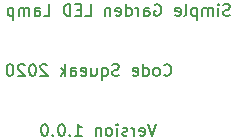
<source format=gbo>
G04 #@! TF.GenerationSoftware,KiCad,Pcbnew,(5.1.5)-3*
G04 #@! TF.CreationDate,2020-05-09T19:05:57+01:00*
G04 #@! TF.ProjectId,gardenlight,67617264-656e-46c6-9967-68742e6b6963,1.0.0*
G04 #@! TF.SameCoordinates,Original*
G04 #@! TF.FileFunction,Legend,Bot*
G04 #@! TF.FilePolarity,Positive*
%FSLAX46Y46*%
G04 Gerber Fmt 4.6, Leading zero omitted, Abs format (unit mm)*
G04 Created by KiCad (PCBNEW (5.1.5)-3) date 2020-05-09 19:05:57*
%MOMM*%
%LPD*%
G04 APERTURE LIST*
%ADD10C,0.150000*%
G04 APERTURE END LIST*
D10*
X124030761Y-90892380D02*
X123697428Y-91892380D01*
X123364095Y-90892380D01*
X122649809Y-91844761D02*
X122745047Y-91892380D01*
X122935523Y-91892380D01*
X123030761Y-91844761D01*
X123078380Y-91749523D01*
X123078380Y-91368571D01*
X123030761Y-91273333D01*
X122935523Y-91225714D01*
X122745047Y-91225714D01*
X122649809Y-91273333D01*
X122602190Y-91368571D01*
X122602190Y-91463809D01*
X123078380Y-91559047D01*
X122173619Y-91892380D02*
X122173619Y-91225714D01*
X122173619Y-91416190D02*
X122126000Y-91320952D01*
X122078380Y-91273333D01*
X121983142Y-91225714D01*
X121887904Y-91225714D01*
X121602190Y-91844761D02*
X121506952Y-91892380D01*
X121316476Y-91892380D01*
X121221238Y-91844761D01*
X121173619Y-91749523D01*
X121173619Y-91701904D01*
X121221238Y-91606666D01*
X121316476Y-91559047D01*
X121459333Y-91559047D01*
X121554571Y-91511428D01*
X121602190Y-91416190D01*
X121602190Y-91368571D01*
X121554571Y-91273333D01*
X121459333Y-91225714D01*
X121316476Y-91225714D01*
X121221238Y-91273333D01*
X120745047Y-91892380D02*
X120745047Y-91225714D01*
X120745047Y-90892380D02*
X120792666Y-90940000D01*
X120745047Y-90987619D01*
X120697428Y-90940000D01*
X120745047Y-90892380D01*
X120745047Y-90987619D01*
X120126000Y-91892380D02*
X120221238Y-91844761D01*
X120268857Y-91797142D01*
X120316476Y-91701904D01*
X120316476Y-91416190D01*
X120268857Y-91320952D01*
X120221238Y-91273333D01*
X120126000Y-91225714D01*
X119983142Y-91225714D01*
X119887904Y-91273333D01*
X119840285Y-91320952D01*
X119792666Y-91416190D01*
X119792666Y-91701904D01*
X119840285Y-91797142D01*
X119887904Y-91844761D01*
X119983142Y-91892380D01*
X120126000Y-91892380D01*
X119364095Y-91225714D02*
X119364095Y-91892380D01*
X119364095Y-91320952D02*
X119316476Y-91273333D01*
X119221238Y-91225714D01*
X119078380Y-91225714D01*
X118983142Y-91273333D01*
X118935523Y-91368571D01*
X118935523Y-91892380D01*
X117173619Y-91892380D02*
X117745047Y-91892380D01*
X117459333Y-91892380D02*
X117459333Y-90892380D01*
X117554571Y-91035238D01*
X117649809Y-91130476D01*
X117745047Y-91178095D01*
X116745047Y-91797142D02*
X116697428Y-91844761D01*
X116745047Y-91892380D01*
X116792666Y-91844761D01*
X116745047Y-91797142D01*
X116745047Y-91892380D01*
X116078380Y-90892380D02*
X115983142Y-90892380D01*
X115887904Y-90940000D01*
X115840285Y-90987619D01*
X115792666Y-91082857D01*
X115745047Y-91273333D01*
X115745047Y-91511428D01*
X115792666Y-91701904D01*
X115840285Y-91797142D01*
X115887904Y-91844761D01*
X115983142Y-91892380D01*
X116078380Y-91892380D01*
X116173619Y-91844761D01*
X116221238Y-91797142D01*
X116268857Y-91701904D01*
X116316476Y-91511428D01*
X116316476Y-91273333D01*
X116268857Y-91082857D01*
X116221238Y-90987619D01*
X116173619Y-90940000D01*
X116078380Y-90892380D01*
X115316476Y-91797142D02*
X115268857Y-91844761D01*
X115316476Y-91892380D01*
X115364095Y-91844761D01*
X115316476Y-91797142D01*
X115316476Y-91892380D01*
X114649809Y-90892380D02*
X114554571Y-90892380D01*
X114459333Y-90940000D01*
X114411714Y-90987619D01*
X114364095Y-91082857D01*
X114316476Y-91273333D01*
X114316476Y-91511428D01*
X114364095Y-91701904D01*
X114411714Y-91797142D01*
X114459333Y-91844761D01*
X114554571Y-91892380D01*
X114649809Y-91892380D01*
X114745047Y-91844761D01*
X114792666Y-91797142D01*
X114840285Y-91701904D01*
X114887904Y-91511428D01*
X114887904Y-91273333D01*
X114840285Y-91082857D01*
X114792666Y-90987619D01*
X114745047Y-90940000D01*
X114649809Y-90892380D01*
X124721142Y-86717142D02*
X124768761Y-86764761D01*
X124911619Y-86812380D01*
X125006857Y-86812380D01*
X125149714Y-86764761D01*
X125244952Y-86669523D01*
X125292571Y-86574285D01*
X125340190Y-86383809D01*
X125340190Y-86240952D01*
X125292571Y-86050476D01*
X125244952Y-85955238D01*
X125149714Y-85860000D01*
X125006857Y-85812380D01*
X124911619Y-85812380D01*
X124768761Y-85860000D01*
X124721142Y-85907619D01*
X124149714Y-86812380D02*
X124244952Y-86764761D01*
X124292571Y-86717142D01*
X124340190Y-86621904D01*
X124340190Y-86336190D01*
X124292571Y-86240952D01*
X124244952Y-86193333D01*
X124149714Y-86145714D01*
X124006857Y-86145714D01*
X123911619Y-86193333D01*
X123864000Y-86240952D01*
X123816380Y-86336190D01*
X123816380Y-86621904D01*
X123864000Y-86717142D01*
X123911619Y-86764761D01*
X124006857Y-86812380D01*
X124149714Y-86812380D01*
X122959238Y-86812380D02*
X122959238Y-85812380D01*
X122959238Y-86764761D02*
X123054476Y-86812380D01*
X123244952Y-86812380D01*
X123340190Y-86764761D01*
X123387809Y-86717142D01*
X123435428Y-86621904D01*
X123435428Y-86336190D01*
X123387809Y-86240952D01*
X123340190Y-86193333D01*
X123244952Y-86145714D01*
X123054476Y-86145714D01*
X122959238Y-86193333D01*
X122102095Y-86764761D02*
X122197333Y-86812380D01*
X122387809Y-86812380D01*
X122483047Y-86764761D01*
X122530666Y-86669523D01*
X122530666Y-86288571D01*
X122483047Y-86193333D01*
X122387809Y-86145714D01*
X122197333Y-86145714D01*
X122102095Y-86193333D01*
X122054476Y-86288571D01*
X122054476Y-86383809D01*
X122530666Y-86479047D01*
X120911619Y-86764761D02*
X120768761Y-86812380D01*
X120530666Y-86812380D01*
X120435428Y-86764761D01*
X120387809Y-86717142D01*
X120340190Y-86621904D01*
X120340190Y-86526666D01*
X120387809Y-86431428D01*
X120435428Y-86383809D01*
X120530666Y-86336190D01*
X120721142Y-86288571D01*
X120816380Y-86240952D01*
X120864000Y-86193333D01*
X120911619Y-86098095D01*
X120911619Y-86002857D01*
X120864000Y-85907619D01*
X120816380Y-85860000D01*
X120721142Y-85812380D01*
X120483047Y-85812380D01*
X120340190Y-85860000D01*
X119483047Y-86145714D02*
X119483047Y-87145714D01*
X119483047Y-86764761D02*
X119578285Y-86812380D01*
X119768761Y-86812380D01*
X119864000Y-86764761D01*
X119911619Y-86717142D01*
X119959238Y-86621904D01*
X119959238Y-86336190D01*
X119911619Y-86240952D01*
X119864000Y-86193333D01*
X119768761Y-86145714D01*
X119578285Y-86145714D01*
X119483047Y-86193333D01*
X118578285Y-86145714D02*
X118578285Y-86812380D01*
X119006857Y-86145714D02*
X119006857Y-86669523D01*
X118959238Y-86764761D01*
X118864000Y-86812380D01*
X118721142Y-86812380D01*
X118625904Y-86764761D01*
X118578285Y-86717142D01*
X117721142Y-86764761D02*
X117816380Y-86812380D01*
X118006857Y-86812380D01*
X118102095Y-86764761D01*
X118149714Y-86669523D01*
X118149714Y-86288571D01*
X118102095Y-86193333D01*
X118006857Y-86145714D01*
X117816380Y-86145714D01*
X117721142Y-86193333D01*
X117673523Y-86288571D01*
X117673523Y-86383809D01*
X118149714Y-86479047D01*
X116816380Y-86812380D02*
X116816380Y-86288571D01*
X116864000Y-86193333D01*
X116959238Y-86145714D01*
X117149714Y-86145714D01*
X117244952Y-86193333D01*
X116816380Y-86764761D02*
X116911619Y-86812380D01*
X117149714Y-86812380D01*
X117244952Y-86764761D01*
X117292571Y-86669523D01*
X117292571Y-86574285D01*
X117244952Y-86479047D01*
X117149714Y-86431428D01*
X116911619Y-86431428D01*
X116816380Y-86383809D01*
X116340190Y-86812380D02*
X116340190Y-85812380D01*
X116244952Y-86431428D02*
X115959238Y-86812380D01*
X115959238Y-86145714D02*
X116340190Y-86526666D01*
X114816380Y-85907619D02*
X114768761Y-85860000D01*
X114673523Y-85812380D01*
X114435428Y-85812380D01*
X114340190Y-85860000D01*
X114292571Y-85907619D01*
X114244952Y-86002857D01*
X114244952Y-86098095D01*
X114292571Y-86240952D01*
X114864000Y-86812380D01*
X114244952Y-86812380D01*
X113625904Y-85812380D02*
X113530666Y-85812380D01*
X113435428Y-85860000D01*
X113387809Y-85907619D01*
X113340190Y-86002857D01*
X113292571Y-86193333D01*
X113292571Y-86431428D01*
X113340190Y-86621904D01*
X113387809Y-86717142D01*
X113435428Y-86764761D01*
X113530666Y-86812380D01*
X113625904Y-86812380D01*
X113721142Y-86764761D01*
X113768761Y-86717142D01*
X113816380Y-86621904D01*
X113864000Y-86431428D01*
X113864000Y-86193333D01*
X113816380Y-86002857D01*
X113768761Y-85907619D01*
X113721142Y-85860000D01*
X113625904Y-85812380D01*
X112911619Y-85907619D02*
X112864000Y-85860000D01*
X112768761Y-85812380D01*
X112530666Y-85812380D01*
X112435428Y-85860000D01*
X112387809Y-85907619D01*
X112340190Y-86002857D01*
X112340190Y-86098095D01*
X112387809Y-86240952D01*
X112959238Y-86812380D01*
X112340190Y-86812380D01*
X111721142Y-85812380D02*
X111625904Y-85812380D01*
X111530666Y-85860000D01*
X111483047Y-85907619D01*
X111435428Y-86002857D01*
X111387809Y-86193333D01*
X111387809Y-86431428D01*
X111435428Y-86621904D01*
X111483047Y-86717142D01*
X111530666Y-86764761D01*
X111625904Y-86812380D01*
X111721142Y-86812380D01*
X111816380Y-86764761D01*
X111864000Y-86717142D01*
X111911619Y-86621904D01*
X111959238Y-86431428D01*
X111959238Y-86193333D01*
X111911619Y-86002857D01*
X111864000Y-85907619D01*
X111816380Y-85860000D01*
X111721142Y-85812380D01*
X130308761Y-81684761D02*
X130165904Y-81732380D01*
X129927809Y-81732380D01*
X129832571Y-81684761D01*
X129784952Y-81637142D01*
X129737333Y-81541904D01*
X129737333Y-81446666D01*
X129784952Y-81351428D01*
X129832571Y-81303809D01*
X129927809Y-81256190D01*
X130118285Y-81208571D01*
X130213523Y-81160952D01*
X130261142Y-81113333D01*
X130308761Y-81018095D01*
X130308761Y-80922857D01*
X130261142Y-80827619D01*
X130213523Y-80780000D01*
X130118285Y-80732380D01*
X129880190Y-80732380D01*
X129737333Y-80780000D01*
X129308761Y-81732380D02*
X129308761Y-81065714D01*
X129308761Y-80732380D02*
X129356380Y-80780000D01*
X129308761Y-80827619D01*
X129261142Y-80780000D01*
X129308761Y-80732380D01*
X129308761Y-80827619D01*
X128832571Y-81732380D02*
X128832571Y-81065714D01*
X128832571Y-81160952D02*
X128784952Y-81113333D01*
X128689714Y-81065714D01*
X128546857Y-81065714D01*
X128451619Y-81113333D01*
X128404000Y-81208571D01*
X128404000Y-81732380D01*
X128404000Y-81208571D02*
X128356380Y-81113333D01*
X128261142Y-81065714D01*
X128118285Y-81065714D01*
X128023047Y-81113333D01*
X127975428Y-81208571D01*
X127975428Y-81732380D01*
X127499238Y-81065714D02*
X127499238Y-82065714D01*
X127499238Y-81113333D02*
X127404000Y-81065714D01*
X127213523Y-81065714D01*
X127118285Y-81113333D01*
X127070666Y-81160952D01*
X127023047Y-81256190D01*
X127023047Y-81541904D01*
X127070666Y-81637142D01*
X127118285Y-81684761D01*
X127213523Y-81732380D01*
X127404000Y-81732380D01*
X127499238Y-81684761D01*
X126451619Y-81732380D02*
X126546857Y-81684761D01*
X126594476Y-81589523D01*
X126594476Y-80732380D01*
X125689714Y-81684761D02*
X125784952Y-81732380D01*
X125975428Y-81732380D01*
X126070666Y-81684761D01*
X126118285Y-81589523D01*
X126118285Y-81208571D01*
X126070666Y-81113333D01*
X125975428Y-81065714D01*
X125784952Y-81065714D01*
X125689714Y-81113333D01*
X125642095Y-81208571D01*
X125642095Y-81303809D01*
X126118285Y-81399047D01*
X123927809Y-80780000D02*
X124023047Y-80732380D01*
X124165904Y-80732380D01*
X124308761Y-80780000D01*
X124404000Y-80875238D01*
X124451619Y-80970476D01*
X124499238Y-81160952D01*
X124499238Y-81303809D01*
X124451619Y-81494285D01*
X124404000Y-81589523D01*
X124308761Y-81684761D01*
X124165904Y-81732380D01*
X124070666Y-81732380D01*
X123927809Y-81684761D01*
X123880190Y-81637142D01*
X123880190Y-81303809D01*
X124070666Y-81303809D01*
X123023047Y-81732380D02*
X123023047Y-81208571D01*
X123070666Y-81113333D01*
X123165904Y-81065714D01*
X123356380Y-81065714D01*
X123451619Y-81113333D01*
X123023047Y-81684761D02*
X123118285Y-81732380D01*
X123356380Y-81732380D01*
X123451619Y-81684761D01*
X123499238Y-81589523D01*
X123499238Y-81494285D01*
X123451619Y-81399047D01*
X123356380Y-81351428D01*
X123118285Y-81351428D01*
X123023047Y-81303809D01*
X122546857Y-81732380D02*
X122546857Y-81065714D01*
X122546857Y-81256190D02*
X122499238Y-81160952D01*
X122451619Y-81113333D01*
X122356380Y-81065714D01*
X122261142Y-81065714D01*
X121499238Y-81732380D02*
X121499238Y-80732380D01*
X121499238Y-81684761D02*
X121594476Y-81732380D01*
X121784952Y-81732380D01*
X121880190Y-81684761D01*
X121927809Y-81637142D01*
X121975428Y-81541904D01*
X121975428Y-81256190D01*
X121927809Y-81160952D01*
X121880190Y-81113333D01*
X121784952Y-81065714D01*
X121594476Y-81065714D01*
X121499238Y-81113333D01*
X120642095Y-81684761D02*
X120737333Y-81732380D01*
X120927809Y-81732380D01*
X121023047Y-81684761D01*
X121070666Y-81589523D01*
X121070666Y-81208571D01*
X121023047Y-81113333D01*
X120927809Y-81065714D01*
X120737333Y-81065714D01*
X120642095Y-81113333D01*
X120594476Y-81208571D01*
X120594476Y-81303809D01*
X121070666Y-81399047D01*
X120165904Y-81065714D02*
X120165904Y-81732380D01*
X120165904Y-81160952D02*
X120118285Y-81113333D01*
X120023047Y-81065714D01*
X119880190Y-81065714D01*
X119784952Y-81113333D01*
X119737333Y-81208571D01*
X119737333Y-81732380D01*
X118023047Y-81732380D02*
X118499238Y-81732380D01*
X118499238Y-80732380D01*
X117689714Y-81208571D02*
X117356380Y-81208571D01*
X117213523Y-81732380D02*
X117689714Y-81732380D01*
X117689714Y-80732380D01*
X117213523Y-80732380D01*
X116784952Y-81732380D02*
X116784952Y-80732380D01*
X116546857Y-80732380D01*
X116404000Y-80780000D01*
X116308761Y-80875238D01*
X116261142Y-80970476D01*
X116213523Y-81160952D01*
X116213523Y-81303809D01*
X116261142Y-81494285D01*
X116308761Y-81589523D01*
X116404000Y-81684761D01*
X116546857Y-81732380D01*
X116784952Y-81732380D01*
X114546857Y-81732380D02*
X115023047Y-81732380D01*
X115023047Y-80732380D01*
X113784952Y-81732380D02*
X113784952Y-81208571D01*
X113832571Y-81113333D01*
X113927809Y-81065714D01*
X114118285Y-81065714D01*
X114213523Y-81113333D01*
X113784952Y-81684761D02*
X113880190Y-81732380D01*
X114118285Y-81732380D01*
X114213523Y-81684761D01*
X114261142Y-81589523D01*
X114261142Y-81494285D01*
X114213523Y-81399047D01*
X114118285Y-81351428D01*
X113880190Y-81351428D01*
X113784952Y-81303809D01*
X113308761Y-81732380D02*
X113308761Y-81065714D01*
X113308761Y-81160952D02*
X113261142Y-81113333D01*
X113165904Y-81065714D01*
X113023047Y-81065714D01*
X112927809Y-81113333D01*
X112880190Y-81208571D01*
X112880190Y-81732380D01*
X112880190Y-81208571D02*
X112832571Y-81113333D01*
X112737333Y-81065714D01*
X112594476Y-81065714D01*
X112499238Y-81113333D01*
X112451619Y-81208571D01*
X112451619Y-81732380D01*
X111975428Y-81065714D02*
X111975428Y-82065714D01*
X111975428Y-81113333D02*
X111880190Y-81065714D01*
X111689714Y-81065714D01*
X111594476Y-81113333D01*
X111546857Y-81160952D01*
X111499238Y-81256190D01*
X111499238Y-81541904D01*
X111546857Y-81637142D01*
X111594476Y-81684761D01*
X111689714Y-81732380D01*
X111880190Y-81732380D01*
X111975428Y-81684761D01*
M02*

</source>
